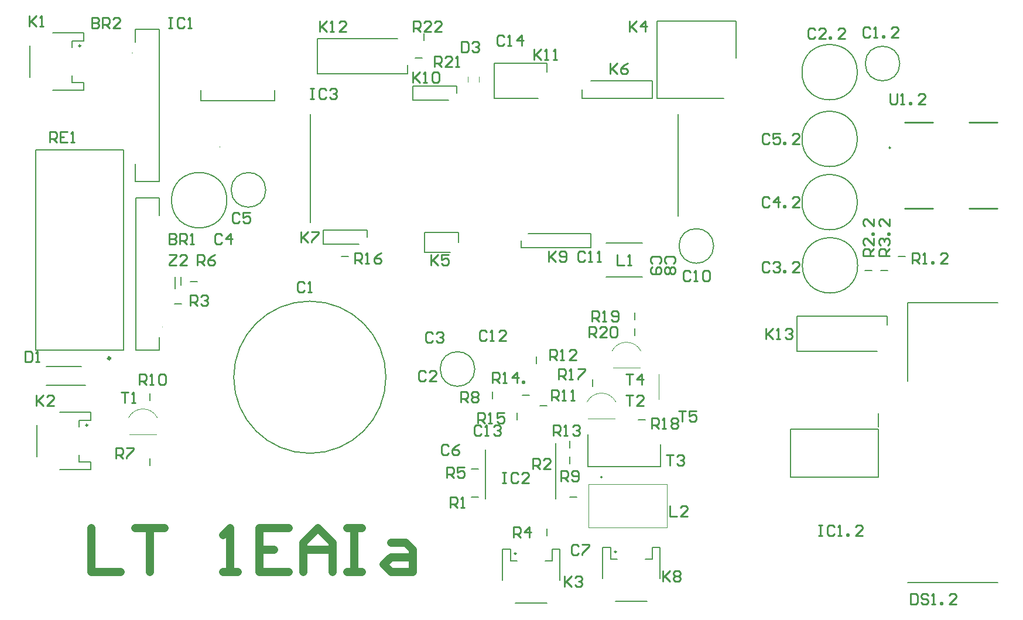
<source format=gbr>
G04*
G04 #@! TF.GenerationSoftware,Altium Limited,Altium Designer,22.4.2 (48)*
G04*
G04 Layer_Color=65535*
%FSLAX25Y25*%
%MOIN*%
G70*
G04*
G04 #@! TF.SameCoordinates,783B880F-F190-4A79-90E1-06678E82802B*
G04*
G04*
G04 #@! TF.FilePolarity,Positive*
G04*
G01*
G75*
%ADD10C,0.01000*%
%ADD11C,0.00787*%
%ADD12C,0.00984*%
%ADD13C,0.00394*%
%ADD14C,0.01575*%
%ADD15C,0.04500*%
D10*
X494429Y274972D02*
G03*
X494429Y274972I-323J0D01*
G01*
X502622Y240591D02*
X518764D01*
X539236D02*
X555378D01*
X502622Y289409D02*
X518764D01*
X539236D02*
X555378D01*
X124000Y236999D02*
X123001Y237999D01*
X121001D01*
X120002Y236999D01*
Y233001D01*
X121001Y232001D01*
X123001D01*
X124000Y233001D01*
X129998Y237999D02*
X126000D01*
Y235000D01*
X127999Y236000D01*
X128999D01*
X129998Y235000D01*
Y233001D01*
X128999Y232001D01*
X126999D01*
X126000Y233001D01*
X189502Y209001D02*
Y214999D01*
X192501D01*
X193501Y213999D01*
Y212000D01*
X192501Y211000D01*
X189502D01*
X191502D02*
X193501Y209001D01*
X195501D02*
X197500D01*
X196500D01*
Y214999D01*
X195501Y213999D01*
X204498Y214999D02*
X202498Y213999D01*
X200499Y212000D01*
Y210001D01*
X201499Y209001D01*
X203498D01*
X204498Y210001D01*
Y211000D01*
X203498Y212000D01*
X200499D01*
X84002Y213999D02*
X88000D01*
Y212999D01*
X84002Y209001D01*
Y208001D01*
X88000D01*
X93998D02*
X90000D01*
X93998Y212000D01*
Y212999D01*
X92999Y213999D01*
X90999D01*
X90000Y212999D01*
X494300Y305898D02*
Y300900D01*
X495300Y299900D01*
X497299D01*
X498299Y300900D01*
Y305898D01*
X500298Y299900D02*
X502297D01*
X501298D01*
Y305898D01*
X500298Y304898D01*
X505296Y299900D02*
Y300900D01*
X506296D01*
Y299900D01*
X505296D01*
X514293D02*
X510295D01*
X514293Y303899D01*
Y304898D01*
X513294Y305898D01*
X511295D01*
X510295Y304898D01*
X374002Y124999D02*
X378000D01*
X376001D01*
Y119001D01*
X383998Y124999D02*
X380000D01*
Y122000D01*
X381999Y123000D01*
X382999D01*
X383998Y122000D01*
Y120001D01*
X382999Y119001D01*
X380999D01*
X380000Y120001D01*
X344002Y145999D02*
X348000D01*
X346001D01*
Y140001D01*
X352999D02*
Y145999D01*
X350000Y143000D01*
X353998D01*
X367002Y99999D02*
X371000D01*
X369001D01*
Y94001D01*
X373000Y98999D02*
X373999Y99999D01*
X375999D01*
X376998Y98999D01*
Y98000D01*
X375999Y97000D01*
X374999D01*
X375999D01*
X376998Y96000D01*
Y95001D01*
X375999Y94001D01*
X373999D01*
X373000Y95001D01*
X344002Y133999D02*
X348000D01*
X346001D01*
Y128001D01*
X353998D02*
X350000D01*
X353998Y132000D01*
Y132999D01*
X352999Y133999D01*
X350999D01*
X350000Y132999D01*
X56500Y135598D02*
X60499D01*
X58499D01*
Y129600D01*
X62498D02*
X64497D01*
X63498D01*
Y135598D01*
X62498Y134598D01*
X16002Y278001D02*
Y283999D01*
X19001D01*
X20001Y282999D01*
Y281000D01*
X19001Y280000D01*
X16002D01*
X18002D02*
X20001Y278001D01*
X25999Y283999D02*
X22000D01*
Y278001D01*
X25999D01*
X22000Y281000D02*
X24000D01*
X27998Y278001D02*
X29998D01*
X28998D01*
Y283999D01*
X27998Y282999D01*
X223003Y341001D02*
Y346999D01*
X226002D01*
X227001Y345999D01*
Y344000D01*
X226002Y343000D01*
X223003D01*
X225002D02*
X227001Y341001D01*
X232999D02*
X229001D01*
X232999Y345000D01*
Y345999D01*
X232000Y346999D01*
X230000D01*
X229001Y345999D01*
X238997Y341001D02*
X234999D01*
X238997Y345000D01*
Y345999D01*
X237998Y346999D01*
X235998D01*
X234999Y345999D01*
X235002Y321001D02*
Y326999D01*
X238001D01*
X239001Y325999D01*
Y324000D01*
X238001Y323000D01*
X235002D01*
X237002D02*
X239001Y321001D01*
X244999D02*
X241000D01*
X244999Y325000D01*
Y325999D01*
X243999Y326999D01*
X242000D01*
X241000Y325999D01*
X246998Y321001D02*
X248998D01*
X247998D01*
Y326999D01*
X246998Y325999D01*
X323003Y167001D02*
Y172999D01*
X326002D01*
X327001Y171999D01*
Y170000D01*
X326002Y169000D01*
X323003D01*
X325002D02*
X327001Y167001D01*
X332999D02*
X329001D01*
X332999Y171000D01*
Y171999D01*
X332000Y172999D01*
X330000D01*
X329001Y171999D01*
X334999D02*
X335998Y172999D01*
X337998D01*
X338997Y171999D01*
Y168001D01*
X337998Y167001D01*
X335998D01*
X334999Y168001D01*
Y171999D01*
X324502Y176001D02*
Y181999D01*
X327502D01*
X328501Y180999D01*
Y179000D01*
X327502Y178000D01*
X324502D01*
X326502D02*
X328501Y176001D01*
X330501D02*
X332500D01*
X331500D01*
Y181999D01*
X330501Y180999D01*
X335499Y177001D02*
X336498Y176001D01*
X338498D01*
X339498Y177001D01*
Y180999D01*
X338498Y181999D01*
X336498D01*
X335499Y180999D01*
Y180000D01*
X336498Y179000D01*
X339498D01*
X358502Y115001D02*
Y120999D01*
X361502D01*
X362501Y119999D01*
Y118000D01*
X361502Y117000D01*
X358502D01*
X360502D02*
X362501Y115001D01*
X364500D02*
X366500D01*
X365500D01*
Y120999D01*
X364500Y119999D01*
X369499D02*
X370498Y120999D01*
X372498D01*
X373498Y119999D01*
Y119000D01*
X372498Y118000D01*
X373498Y117000D01*
Y116001D01*
X372498Y115001D01*
X370498D01*
X369499Y116001D01*
Y117000D01*
X370498Y118000D01*
X369499Y119000D01*
Y119999D01*
X370498Y118000D02*
X372498D01*
X305502Y143001D02*
Y148999D01*
X308502D01*
X309501Y147999D01*
Y146000D01*
X308502Y145000D01*
X305502D01*
X307502D02*
X309501Y143001D01*
X311501D02*
X313500D01*
X312500D01*
Y148999D01*
X311501Y147999D01*
X316499Y148999D02*
X320498D01*
Y147999D01*
X316499Y144001D01*
Y143001D01*
X259502Y118001D02*
Y123999D01*
X262502D01*
X263501Y122999D01*
Y121000D01*
X262502Y120000D01*
X259502D01*
X261502D02*
X263501Y118001D01*
X265500D02*
X267500D01*
X266500D01*
Y123999D01*
X265500Y122999D01*
X274498Y123999D02*
X270499D01*
Y121000D01*
X272498Y122000D01*
X273498D01*
X274498Y121000D01*
Y119001D01*
X273498Y118001D01*
X271498D01*
X270499Y119001D01*
X268003Y141001D02*
Y146999D01*
X271002D01*
X272002Y145999D01*
Y144000D01*
X271002Y143000D01*
X268003D01*
X270002D02*
X272002Y141001D01*
X274001D02*
X276000D01*
X275001D01*
Y146999D01*
X274001Y145999D01*
X281998Y141001D02*
Y146999D01*
X278999Y144000D01*
X282998D01*
X284997Y141001D02*
Y142001D01*
X285997D01*
Y141001D01*
X284997D01*
X302502Y111001D02*
Y116999D01*
X305502D01*
X306501Y115999D01*
Y114000D01*
X305502Y113000D01*
X302502D01*
X304502D02*
X306501Y111001D01*
X308501D02*
X310500D01*
X309500D01*
Y116999D01*
X308501Y115999D01*
X313499D02*
X314498Y116999D01*
X316498D01*
X317498Y115999D01*
Y115000D01*
X316498Y114000D01*
X315498D01*
X316498D01*
X317498Y113000D01*
Y112001D01*
X316498Y111001D01*
X314498D01*
X313499Y112001D01*
X300502Y154001D02*
Y159999D01*
X303502D01*
X304501Y158999D01*
Y157000D01*
X303502Y156000D01*
X300502D01*
X302502D02*
X304501Y154001D01*
X306501D02*
X308500D01*
X307500D01*
Y159999D01*
X306501Y158999D01*
X315498Y154001D02*
X311499D01*
X315498Y158000D01*
Y158999D01*
X314498Y159999D01*
X312498D01*
X311499Y158999D01*
X301502Y131001D02*
Y136999D01*
X304501D01*
X305501Y135999D01*
Y134000D01*
X304501Y133000D01*
X301502D01*
X303502D02*
X305501Y131001D01*
X307500D02*
X309500D01*
X308500D01*
Y136999D01*
X307500Y135999D01*
X312498Y131001D02*
X314498D01*
X313498D01*
Y136999D01*
X312498Y135999D01*
X67100Y140000D02*
Y145998D01*
X70099D01*
X71099Y144998D01*
Y142999D01*
X70099Y141999D01*
X67100D01*
X69099D02*
X71099Y140000D01*
X73098D02*
X75097D01*
X74098D01*
Y145998D01*
X73098Y144998D01*
X78096D02*
X79096Y145998D01*
X81095D01*
X82095Y144998D01*
Y141000D01*
X81095Y140000D01*
X79096D01*
X78096Y141000D01*
Y144998D01*
X307002Y85001D02*
Y90999D01*
X310001D01*
X311000Y89999D01*
Y88000D01*
X310001Y87000D01*
X307002D01*
X309001D02*
X311000Y85001D01*
X313000Y86001D02*
X313999Y85001D01*
X315999D01*
X316998Y86001D01*
Y89999D01*
X315999Y90999D01*
X313999D01*
X313000Y89999D01*
Y89000D01*
X313999Y88000D01*
X316998D01*
X250002Y130001D02*
Y135999D01*
X253001D01*
X254000Y134999D01*
Y133000D01*
X253001Y132000D01*
X250002D01*
X252001D02*
X254000Y130001D01*
X256000Y134999D02*
X256999Y135999D01*
X258999D01*
X259998Y134999D01*
Y134000D01*
X258999Y133000D01*
X259998Y132000D01*
Y131001D01*
X258999Y130001D01*
X256999D01*
X256000Y131001D01*
Y132000D01*
X256999Y133000D01*
X256000Y134000D01*
Y134999D01*
X256999Y133000D02*
X258999D01*
X53742Y98001D02*
Y103999D01*
X56741D01*
X57740Y102999D01*
Y101000D01*
X56741Y100000D01*
X53742D01*
X55741D02*
X57740Y98001D01*
X59740Y103999D02*
X63739D01*
Y102999D01*
X59740Y99001D01*
Y98001D01*
X100002Y208001D02*
Y213999D01*
X103001D01*
X104000Y212999D01*
Y211000D01*
X103001Y210000D01*
X100002D01*
X102001D02*
X104000Y208001D01*
X109998Y213999D02*
X107999Y212999D01*
X106000Y211000D01*
Y209001D01*
X106999Y208001D01*
X108999D01*
X109998Y209001D01*
Y210000D01*
X108999Y211000D01*
X106000D01*
X242002Y87001D02*
Y92999D01*
X245001D01*
X246000Y91999D01*
Y90000D01*
X245001Y89000D01*
X242002D01*
X244001D02*
X246000Y87001D01*
X251998Y92999D02*
X248000D01*
Y90000D01*
X249999Y91000D01*
X250999D01*
X251998Y90000D01*
Y88001D01*
X250999Y87001D01*
X248999D01*
X248000Y88001D01*
X280002Y53001D02*
Y58999D01*
X283001D01*
X284000Y57999D01*
Y56000D01*
X283001Y55000D01*
X280002D01*
X282001D02*
X284000Y53001D01*
X288999D02*
Y58999D01*
X286000Y56000D01*
X289998D01*
X96002Y185001D02*
Y190999D01*
X99001D01*
X100000Y189999D01*
Y188000D01*
X99001Y187000D01*
X96002D01*
X98001D02*
X100000Y185001D01*
X102000Y189999D02*
X102999Y190999D01*
X104999D01*
X105998Y189999D01*
Y189000D01*
X104999Y188000D01*
X103999D01*
X104999D01*
X105998Y187000D01*
Y186001D01*
X104999Y185001D01*
X102999D01*
X102000Y186001D01*
X493999Y213503D02*
X488001D01*
Y216502D01*
X489001Y217502D01*
X491000D01*
X492000Y216502D01*
Y213503D01*
Y215503D02*
X493999Y217502D01*
X489001Y219501D02*
X488001Y220501D01*
Y222500D01*
X489001Y223500D01*
X490000D01*
X491000Y222500D01*
Y221501D01*
Y222500D01*
X492000Y223500D01*
X492999D01*
X493999Y222500D01*
Y220501D01*
X492999Y219501D01*
X493999Y225500D02*
X492999D01*
Y226499D01*
X493999D01*
Y225500D01*
Y234497D02*
Y230498D01*
X490000Y234497D01*
X489001D01*
X488001Y233497D01*
Y231498D01*
X489001Y230498D01*
X291002Y92001D02*
Y97999D01*
X294001D01*
X295000Y96999D01*
Y95000D01*
X294001Y94000D01*
X291002D01*
X293001D02*
X295000Y92001D01*
X300998D02*
X297000D01*
X300998Y96000D01*
Y96999D01*
X299999Y97999D01*
X297999D01*
X297000Y96999D01*
X484999Y213503D02*
X479001D01*
Y216502D01*
X480001Y217502D01*
X482000D01*
X483000Y216502D01*
Y213503D01*
Y215503D02*
X484999Y217502D01*
Y223500D02*
Y219501D01*
X481000Y223500D01*
X480001D01*
X479001Y222500D01*
Y220501D01*
X480001Y219501D01*
X484999Y225500D02*
X483999D01*
Y226499D01*
X484999D01*
Y225500D01*
Y234497D02*
Y230498D01*
X481000Y234497D01*
X480001D01*
X479001Y233497D01*
Y231498D01*
X480001Y230498D01*
X244001Y70001D02*
Y75999D01*
X247000D01*
X248000Y74999D01*
Y73000D01*
X247000Y72000D01*
X244001D01*
X246001D02*
X248000Y70001D01*
X249999D02*
X251999D01*
X250999D01*
Y75999D01*
X249999Y74999D01*
X507003Y209001D02*
Y214999D01*
X510002D01*
X511002Y213999D01*
Y212000D01*
X510002Y211000D01*
X507003D01*
X509003D02*
X511002Y209001D01*
X513001D02*
X515001D01*
X514001D01*
Y214999D01*
X513001Y213999D01*
X518000Y209001D02*
Y210001D01*
X518999D01*
Y209001D01*
X518000D01*
X526997D02*
X522998D01*
X526997Y213000D01*
Y213999D01*
X525997Y214999D01*
X523998D01*
X522998Y213999D01*
X369002Y70999D02*
Y65001D01*
X373000D01*
X378998D02*
X375000D01*
X378998Y69000D01*
Y69999D01*
X377999Y70999D01*
X375999D01*
X375000Y69999D01*
X339001Y213999D02*
Y208001D01*
X343000D01*
X344999D02*
X346999D01*
X345999D01*
Y213999D01*
X344999Y212999D01*
X423502Y171999D02*
Y166001D01*
Y168000D01*
X427501Y171999D01*
X424502Y169000D01*
X427501Y166001D01*
X429500D02*
X431500D01*
X430500D01*
Y171999D01*
X429500Y170999D01*
X434499D02*
X435499Y171999D01*
X437498D01*
X438498Y170999D01*
Y170000D01*
X437498Y169000D01*
X436498D01*
X437498D01*
X438498Y168000D01*
Y167001D01*
X437498Y166001D01*
X435499D01*
X434499Y167001D01*
X169502Y346999D02*
Y341001D01*
Y343000D01*
X173501Y346999D01*
X170502Y344000D01*
X173501Y341001D01*
X175501D02*
X177500D01*
X176500D01*
Y346999D01*
X175501Y345999D01*
X184498Y341001D02*
X180499D01*
X184498Y345000D01*
Y345999D01*
X183498Y346999D01*
X181499D01*
X180499Y345999D01*
X291502Y330999D02*
Y325001D01*
Y327000D01*
X295501Y330999D01*
X292502Y328000D01*
X295501Y325001D01*
X297500D02*
X299500D01*
X298500D01*
Y330999D01*
X297500Y329999D01*
X302499Y325001D02*
X304498D01*
X303498D01*
Y330999D01*
X302499Y329999D01*
X222754Y317999D02*
Y312001D01*
Y314000D01*
X226753Y317999D01*
X223754Y315000D01*
X226753Y312001D01*
X228752D02*
X230752D01*
X229752D01*
Y317999D01*
X228752Y316999D01*
X233751D02*
X234751Y317999D01*
X236750D01*
X237750Y316999D01*
Y313001D01*
X236750Y312001D01*
X234751D01*
X233751Y313001D01*
Y316999D01*
X300002Y215999D02*
Y210001D01*
Y212000D01*
X304000Y215999D01*
X301001Y213000D01*
X304000Y210001D01*
X306000Y211001D02*
X306999Y210001D01*
X308999D01*
X309998Y211001D01*
Y214999D01*
X308999Y215999D01*
X306999D01*
X306000Y214999D01*
Y214000D01*
X306999Y213000D01*
X309998D01*
X365002Y33999D02*
Y28001D01*
Y30000D01*
X369000Y33999D01*
X366001Y31000D01*
X369000Y28001D01*
X371000Y32999D02*
X371999Y33999D01*
X373999D01*
X374998Y32999D01*
Y32000D01*
X373999Y31000D01*
X374998Y30000D01*
Y29001D01*
X373999Y28001D01*
X371999D01*
X371000Y29001D01*
Y30000D01*
X371999Y31000D01*
X371000Y32000D01*
Y32999D01*
X371999Y31000D02*
X373999D01*
X159002Y226999D02*
Y221001D01*
Y223000D01*
X163000Y226999D01*
X160001Y224000D01*
X163000Y221001D01*
X165000Y226999D02*
X168998D01*
Y225999D01*
X165000Y222001D01*
Y221001D01*
X335002Y322999D02*
Y317001D01*
Y319000D01*
X339000Y322999D01*
X336001Y320000D01*
X339000Y317001D01*
X344998Y322999D02*
X342999Y321999D01*
X341000Y320000D01*
Y318001D01*
X341999Y317001D01*
X343999D01*
X344998Y318001D01*
Y319000D01*
X343999Y320000D01*
X341000D01*
X233002Y213999D02*
Y208001D01*
Y210000D01*
X237000Y213999D01*
X234001Y211000D01*
X237000Y208001D01*
X242998Y213999D02*
X239000D01*
Y211000D01*
X240999Y212000D01*
X241999D01*
X242998Y211000D01*
Y209001D01*
X241999Y208001D01*
X239999D01*
X239000Y209001D01*
X346002Y346999D02*
Y341001D01*
Y343000D01*
X350000Y346999D01*
X347001Y344000D01*
X350000Y341001D01*
X354999D02*
Y346999D01*
X352000Y344000D01*
X355998D01*
X309002Y30999D02*
Y25001D01*
Y27000D01*
X313000Y30999D01*
X310001Y28000D01*
X313000Y25001D01*
X315000Y29999D02*
X315999Y30999D01*
X317999D01*
X318998Y29999D01*
Y29000D01*
X317999Y28000D01*
X316999D01*
X317999D01*
X318998Y27000D01*
Y26001D01*
X317999Y25001D01*
X315999D01*
X315000Y26001D01*
X8400Y134198D02*
Y128200D01*
Y130199D01*
X12399Y134198D01*
X9400Y131199D01*
X12399Y128200D01*
X18397D02*
X14398D01*
X18397Y132199D01*
Y133198D01*
X17397Y134198D01*
X15398D01*
X14398Y133198D01*
X4400Y350198D02*
Y344200D01*
Y346199D01*
X8399Y350198D01*
X5400Y347199D01*
X8399Y344200D01*
X10398D02*
X12397D01*
X11398D01*
Y350198D01*
X10398Y349198D01*
X164200Y308698D02*
X166199D01*
X165200D01*
Y302700D01*
X164200D01*
X166199D01*
X173197Y307698D02*
X172197Y308698D01*
X170198D01*
X169198Y307698D01*
Y303700D01*
X170198Y302700D01*
X172197D01*
X173197Y303700D01*
X175196Y307698D02*
X176196Y308698D01*
X178196D01*
X179195Y307698D01*
Y306699D01*
X178196Y305699D01*
X177196D01*
X178196D01*
X179195Y304699D01*
Y303700D01*
X178196Y302700D01*
X176196D01*
X175196Y303700D01*
X273502Y89999D02*
X275502D01*
X274502D01*
Y84001D01*
X273502D01*
X275502D01*
X282500Y88999D02*
X281500Y89999D01*
X279501D01*
X278501Y88999D01*
Y85001D01*
X279501Y84001D01*
X281500D01*
X282500Y85001D01*
X288498Y84001D02*
X284499D01*
X288498Y88000D01*
Y88999D01*
X287498Y89999D01*
X285498D01*
X284499Y88999D01*
X83502Y348999D02*
X85501D01*
X84502D01*
Y343001D01*
X83502D01*
X85501D01*
X92499Y347999D02*
X91500Y348999D01*
X89500D01*
X88500Y347999D01*
Y344001D01*
X89500Y343001D01*
X91500D01*
X92499Y344001D01*
X94499Y343001D02*
X96498D01*
X95498D01*
Y348999D01*
X94499Y347999D01*
X453504Y59999D02*
X455503D01*
X454504D01*
Y54001D01*
X453504D01*
X455503D01*
X462501Y58999D02*
X461502Y59999D01*
X459502D01*
X458502Y58999D01*
Y55001D01*
X459502Y54001D01*
X461502D01*
X462501Y55001D01*
X464501Y54001D02*
X466500D01*
X465500D01*
Y59999D01*
X464501Y58999D01*
X469499Y54001D02*
Y55001D01*
X470499D01*
Y54001D01*
X469499D01*
X478496D02*
X474497D01*
X478496Y58000D01*
Y58999D01*
X477496Y59999D01*
X475497D01*
X474497Y58999D01*
X506004Y20999D02*
Y15001D01*
X509003D01*
X510003Y16001D01*
Y19999D01*
X509003Y20999D01*
X506004D01*
X516001Y19999D02*
X515001Y20999D01*
X513002D01*
X512002Y19999D01*
Y19000D01*
X513002Y18000D01*
X515001D01*
X516001Y17000D01*
Y16001D01*
X515001Y15001D01*
X513002D01*
X512002Y16001D01*
X518000Y15001D02*
X520000D01*
X519000D01*
Y20999D01*
X518000Y19999D01*
X522999Y15001D02*
Y16001D01*
X523998D01*
Y15001D01*
X522999D01*
X531996D02*
X527997D01*
X531996Y19000D01*
Y19999D01*
X530996Y20999D01*
X528997D01*
X527997Y19999D01*
X250300Y335398D02*
Y329400D01*
X253299D01*
X254299Y330400D01*
Y334398D01*
X253299Y335398D01*
X250300D01*
X256298Y334398D02*
X257298Y335398D01*
X259297D01*
X260297Y334398D01*
Y333399D01*
X259297Y332399D01*
X258297D01*
X259297D01*
X260297Y331399D01*
Y330400D01*
X259297Y329400D01*
X257298D01*
X256298Y330400D01*
X2001Y158999D02*
Y153001D01*
X5000D01*
X6000Y154001D01*
Y157999D01*
X5000Y158999D01*
X2001D01*
X7999Y153001D02*
X9999D01*
X8999D01*
Y158999D01*
X7999Y157999D01*
X274501Y337999D02*
X273501Y338999D01*
X271502D01*
X270502Y337999D01*
Y334001D01*
X271502Y333001D01*
X273501D01*
X274501Y334001D01*
X276501Y333001D02*
X278500D01*
X277500D01*
Y338999D01*
X276501Y337999D01*
X284498Y333001D02*
Y338999D01*
X281499Y336000D01*
X285498D01*
X261501Y115999D02*
X260502Y116999D01*
X258502D01*
X257502Y115999D01*
Y112001D01*
X258502Y111001D01*
X260502D01*
X261501Y112001D01*
X263500Y111001D02*
X265500D01*
X264500D01*
Y116999D01*
X263500Y115999D01*
X268499D02*
X269498Y116999D01*
X271498D01*
X272498Y115999D01*
Y115000D01*
X271498Y114000D01*
X270498D01*
X271498D01*
X272498Y113000D01*
Y112001D01*
X271498Y111001D01*
X269498D01*
X268499Y112001D01*
X264501Y169999D02*
X263502Y170999D01*
X261502D01*
X260502Y169999D01*
Y166001D01*
X261502Y165001D01*
X263502D01*
X264501Y166001D01*
X266500Y165001D02*
X268500D01*
X267500D01*
Y170999D01*
X266500Y169999D01*
X275498Y165001D02*
X271499D01*
X275498Y169000D01*
Y169999D01*
X274498Y170999D01*
X272498D01*
X271499Y169999D01*
X320501Y214999D02*
X319501Y215999D01*
X317502D01*
X316502Y214999D01*
Y211001D01*
X317502Y210001D01*
X319501D01*
X320501Y211001D01*
X322500Y210001D02*
X324500D01*
X323500D01*
Y215999D01*
X322500Y214999D01*
X327499Y210001D02*
X329498D01*
X328498D01*
Y215999D01*
X327499Y214999D01*
X380501Y203999D02*
X379502Y204999D01*
X377502D01*
X376502Y203999D01*
Y200001D01*
X377502Y199001D01*
X379502D01*
X380501Y200001D01*
X382501Y199001D02*
X384500D01*
X383500D01*
Y204999D01*
X382501Y203999D01*
X387499D02*
X388498Y204999D01*
X390498D01*
X391498Y203999D01*
Y200001D01*
X390498Y199001D01*
X388498D01*
X387499Y200001D01*
Y203999D01*
X362999Y209000D02*
X363999Y209999D01*
Y211999D01*
X362999Y212998D01*
X359001D01*
X358001Y211999D01*
Y209999D01*
X359001Y209000D01*
Y207000D02*
X358001Y206001D01*
Y204001D01*
X359001Y203002D01*
X362999D01*
X363999Y204001D01*
Y206001D01*
X362999Y207000D01*
X362000D01*
X361000Y206001D01*
Y203002D01*
X370999Y209000D02*
X371999Y209999D01*
Y211999D01*
X370999Y212998D01*
X367001D01*
X366001Y211999D01*
Y209999D01*
X367001Y209000D01*
X370999Y207000D02*
X371999Y206001D01*
Y204001D01*
X370999Y203002D01*
X370000D01*
X369000Y204001D01*
X368000Y203002D01*
X367001D01*
X366001Y204001D01*
Y206001D01*
X367001Y207000D01*
X368000D01*
X369000Y206001D01*
X370000Y207000D01*
X370999D01*
X369000Y206001D02*
Y204001D01*
X317000Y47999D02*
X316001Y48999D01*
X314001D01*
X313002Y47999D01*
Y44001D01*
X314001Y43001D01*
X316001D01*
X317000Y44001D01*
X319000Y48999D02*
X322998D01*
Y47999D01*
X319000Y44001D01*
Y43001D01*
X243000Y104999D02*
X242001Y105999D01*
X240001D01*
X239002Y104999D01*
Y101001D01*
X240001Y100001D01*
X242001D01*
X243000Y101001D01*
X248998Y105999D02*
X246999Y104999D01*
X245000Y103000D01*
Y101001D01*
X245999Y100001D01*
X247999D01*
X248998Y101001D01*
Y102000D01*
X247999Y103000D01*
X245000D01*
X425502Y281999D02*
X424502Y282999D01*
X422503D01*
X421503Y281999D01*
Y278001D01*
X422503Y277001D01*
X424502D01*
X425502Y278001D01*
X431500Y282999D02*
X427501D01*
Y280000D01*
X429501Y281000D01*
X430501D01*
X431500Y280000D01*
Y278001D01*
X430501Y277001D01*
X428501D01*
X427501Y278001D01*
X433499Y277001D02*
Y278001D01*
X434499D01*
Y277001D01*
X433499D01*
X442497D02*
X438498D01*
X442497Y281000D01*
Y281999D01*
X441497Y282999D01*
X439498D01*
X438498Y281999D01*
X114000Y224999D02*
X113001Y225999D01*
X111001D01*
X110002Y224999D01*
Y221001D01*
X111001Y220001D01*
X113001D01*
X114000Y221001D01*
X118999Y220001D02*
Y225999D01*
X116000Y223000D01*
X119998D01*
X425502Y245999D02*
X424502Y246999D01*
X422503D01*
X421503Y245999D01*
Y242001D01*
X422503Y241001D01*
X424502D01*
X425502Y242001D01*
X430501Y241001D02*
Y246999D01*
X427501Y244000D01*
X431500D01*
X433499Y241001D02*
Y242001D01*
X434499D01*
Y241001D01*
X433499D01*
X442497D02*
X438498D01*
X442497Y245000D01*
Y245999D01*
X441497Y246999D01*
X439498D01*
X438498Y245999D01*
X234000Y168999D02*
X233001Y169999D01*
X231001D01*
X230002Y168999D01*
Y165001D01*
X231001Y164001D01*
X233001D01*
X234000Y165001D01*
X236000Y168999D02*
X236999Y169999D01*
X238999D01*
X239998Y168999D01*
Y168000D01*
X238999Y167000D01*
X237999D01*
X238999D01*
X239998Y166000D01*
Y165001D01*
X238999Y164001D01*
X236999D01*
X236000Y165001D01*
X425502Y208999D02*
X424502Y209999D01*
X422503D01*
X421503Y208999D01*
Y205001D01*
X422503Y204001D01*
X424502D01*
X425502Y205001D01*
X427501Y208999D02*
X428501Y209999D01*
X430501D01*
X431500Y208999D01*
Y208000D01*
X430501Y207000D01*
X429501D01*
X430501D01*
X431500Y206000D01*
Y205001D01*
X430501Y204001D01*
X428501D01*
X427501Y205001D01*
X433499Y204001D02*
Y205001D01*
X434499D01*
Y204001D01*
X433499D01*
X442497D02*
X438498D01*
X442497Y208000D01*
Y208999D01*
X441497Y209999D01*
X439498D01*
X438498Y208999D01*
X230000Y146999D02*
X229001Y147999D01*
X227001D01*
X226002Y146999D01*
Y143001D01*
X227001Y142001D01*
X229001D01*
X230000Y143001D01*
X235998Y142001D02*
X232000D01*
X235998Y146000D01*
Y146999D01*
X234999Y147999D01*
X232999D01*
X232000Y146999D01*
X451502Y341999D02*
X450502Y342999D01*
X448503D01*
X447503Y341999D01*
Y338001D01*
X448503Y337001D01*
X450502D01*
X451502Y338001D01*
X457500Y337001D02*
X453502D01*
X457500Y341000D01*
Y341999D01*
X456500Y342999D01*
X454501D01*
X453502Y341999D01*
X459500Y337001D02*
Y338001D01*
X460499D01*
Y337001D01*
X459500D01*
X468497D02*
X464498D01*
X468497Y341000D01*
Y341999D01*
X467497Y342999D01*
X465498D01*
X464498Y341999D01*
X161000Y197629D02*
X160000Y198629D01*
X158001D01*
X157001Y197629D01*
Y193631D01*
X158001Y192631D01*
X160000D01*
X161000Y193631D01*
X162999Y192631D02*
X164999D01*
X163999D01*
Y198629D01*
X162999Y197629D01*
X483099Y342798D02*
X482099Y343798D01*
X480100D01*
X479100Y342798D01*
Y338800D01*
X480100Y337800D01*
X482099D01*
X483099Y338800D01*
X485098Y337800D02*
X487097D01*
X486098D01*
Y343798D01*
X485098Y342798D01*
X490096Y337800D02*
Y338800D01*
X491096D01*
Y337800D01*
X490096D01*
X499093D02*
X495095D01*
X499093Y341799D01*
Y342798D01*
X498094Y343798D01*
X496095D01*
X495095Y342798D01*
X40003Y348999D02*
Y343001D01*
X43002D01*
X44001Y344001D01*
Y345000D01*
X43002Y346000D01*
X40003D01*
X43002D01*
X44001Y347000D01*
Y347999D01*
X43002Y348999D01*
X40003D01*
X46001Y343001D02*
Y348999D01*
X49000D01*
X49999Y347999D01*
Y346000D01*
X49000Y345000D01*
X46001D01*
X48000D02*
X49999Y343001D01*
X55997D02*
X51999D01*
X55997Y347000D01*
Y347999D01*
X54998Y348999D01*
X52998D01*
X51999Y347999D01*
X84002Y225999D02*
Y220001D01*
X87001D01*
X88001Y221001D01*
Y222000D01*
X87001Y223000D01*
X84002D01*
X87001D01*
X88001Y224000D01*
Y224999D01*
X87001Y225999D01*
X84002D01*
X90000Y220001D02*
Y225999D01*
X92999D01*
X93999Y224999D01*
Y223000D01*
X92999Y222000D01*
X90000D01*
X92000D02*
X93999Y220001D01*
X95998D02*
X97998D01*
X96998D01*
Y225999D01*
X95998Y224999D01*
D11*
X475638Y280000D02*
G03*
X475638Y280000I-15748J0D01*
G01*
Y318000D02*
G03*
X475638Y318000I-15748J0D01*
G01*
Y244000D02*
G03*
X475638Y244000I-15748J0D01*
G01*
X475858Y208000D02*
G03*
X475858Y208000I-15748J0D01*
G01*
X393843Y219063D02*
G03*
X393843Y219063I-9843J0D01*
G01*
X257906Y149000D02*
G03*
X257906Y149000I-9843J0D01*
G01*
X330000Y87024D02*
G03*
X330000Y87811I0J394D01*
G01*
D02*
G03*
X330000Y87024I0J-394D01*
G01*
X207307Y144315D02*
G03*
X207307Y144315I-43307J0D01*
G01*
X116748Y245110D02*
G03*
X116748Y245110I-15748J0D01*
G01*
X138906Y251000D02*
G03*
X138906Y251000I-9843J0D01*
G01*
X499843Y322937D02*
G03*
X499843Y322937I-9843J0D01*
G01*
X229000Y335933D02*
Y340067D01*
X298071Y39661D02*
X301811D01*
X278189D02*
X281929D01*
X306339Y28638D02*
Y46354D01*
X273661Y28638D02*
Y46354D01*
X301811D02*
X306339D01*
X301811Y39661D02*
Y46354D01*
X278189Y39661D02*
Y46354D01*
X273661D02*
X278189D01*
X280945Y15646D02*
X299055D01*
X504311Y27374D02*
X555689D01*
X504311Y186626D02*
X555689D01*
X504311Y142000D02*
Y186626D01*
X498933Y213000D02*
X503067D01*
X479933Y205000D02*
X484067D01*
X488933Y205260D02*
X493067D01*
X441311Y159000D02*
X487000D01*
X441311D02*
Y179000D01*
X492689D01*
Y174000D02*
Y179000D01*
X487756Y116260D02*
Y123740D01*
X437500Y114882D02*
X487500D01*
X437500Y87323D02*
Y114882D01*
Y87323D02*
X487500D01*
Y114882D01*
X73000Y93933D02*
Y98067D01*
X284933Y134000D02*
X289067D01*
X268000Y131933D02*
Y136067D01*
X293000Y151933D02*
Y156067D01*
X294933Y128000D02*
X299067D01*
X282000Y119933D02*
Y124067D01*
X312000Y103933D02*
Y108067D01*
X255933Y92000D02*
X260067D01*
X255933Y76000D02*
X260067D01*
X264000Y75000D02*
Y103000D01*
X304000Y75000D02*
Y106654D01*
X312000Y94933D02*
Y99067D01*
X311933Y76000D02*
X316067D01*
X299000Y53933D02*
Y58067D01*
X349000Y176933D02*
Y181067D01*
Y167933D02*
Y172067D01*
X325000Y138933D02*
Y143067D01*
X350933Y120000D02*
X355067D01*
X363748Y93421D02*
Y106000D01*
X322252Y93421D02*
X363748D01*
X322252D02*
Y111886D01*
X355071Y40661D02*
X358811D01*
X335189D02*
X338929D01*
X363339Y29638D02*
Y47354D01*
X330661Y29638D02*
Y47354D01*
X358811D02*
X363339D01*
X358811Y40661D02*
Y47354D01*
X335189Y40661D02*
Y47354D01*
X330661D02*
X335189D01*
X337945Y16646D02*
X356055D01*
X406480Y326000D02*
Y347260D01*
X361520D02*
X406480D01*
X361520Y302969D02*
Y347260D01*
Y302969D02*
X399591D01*
X95933Y198740D02*
X100067D01*
X90575Y196638D02*
Y201362D01*
X87425Y194866D02*
Y201362D01*
X86933Y186000D02*
X91067D01*
X14079Y150315D02*
X33921D01*
X14079Y139685D02*
X36205D01*
X8000Y159748D02*
X58000D01*
Y273921D01*
X8000D02*
X58000D01*
X8000Y159748D02*
Y273921D01*
X143984Y301886D02*
Y307673D01*
X102016Y301886D02*
X143984D01*
X102016D02*
Y307673D01*
X64638Y334984D02*
Y342406D01*
X78142D01*
Y255594D02*
Y342406D01*
X64638Y255594D02*
X78142D01*
X64638D02*
Y265693D01*
X78362Y159594D02*
Y167016D01*
X64858Y159594D02*
X78362D01*
X64858D02*
Y246406D01*
X78362D01*
Y236307D02*
Y246406D01*
X32661Y96189D02*
Y99929D01*
Y116071D02*
Y119811D01*
X21638Y91661D02*
X39354D01*
X21638Y124339D02*
X39354D01*
Y91661D02*
Y96189D01*
X32661D02*
X39354D01*
X32661Y119811D02*
X39354D01*
Y124339D01*
X8646Y98945D02*
Y117055D01*
X28661Y312189D02*
Y315929D01*
Y332071D02*
Y335811D01*
X17638Y307661D02*
X35354D01*
X17638Y340339D02*
X35354D01*
Y307661D02*
Y312189D01*
X28661D02*
X35354D01*
X28661Y335811D02*
X35354D01*
Y340339D01*
X4646Y314945D02*
Y333055D01*
X332764Y201354D02*
X353236D01*
X332764Y220646D02*
X353236D01*
X373748Y236000D02*
Y294000D01*
X164252Y232295D02*
Y294000D01*
X181933Y213000D02*
X186067D01*
X269000Y303000D02*
X294000D01*
X269000D02*
Y323000D01*
X299000D01*
Y318000D02*
Y323000D01*
X223933Y326000D02*
X228067D01*
X247626Y306000D02*
Y309937D01*
X222626D02*
X247626D01*
X222626Y302063D02*
Y309937D01*
Y302063D02*
X243000D01*
X196500Y224000D02*
Y227937D01*
X171500D02*
X196500D01*
X171500Y220063D02*
Y227937D01*
Y220063D02*
X191874D01*
X168311Y337000D02*
X214000D01*
X168311Y317000D02*
Y337000D01*
Y317000D02*
X219689D01*
Y322000D01*
X324000Y313000D02*
X359000D01*
Y303000D02*
Y313000D01*
X319000Y303000D02*
X359000D01*
X319000D02*
Y308000D01*
X288378Y225937D02*
X323811D01*
Y218063D02*
Y225937D01*
X284441Y218063D02*
X323811D01*
X284441D02*
Y222000D01*
X229224Y215390D02*
X244000D01*
X229224D02*
Y226610D01*
X248772D01*
Y221000D02*
Y226610D01*
X73000Y130933D02*
Y135067D01*
D12*
X281437Y43992D02*
G03*
X281437Y43992I-492J0D01*
G01*
X338437Y44992D02*
G03*
X338437Y44992I-492J0D01*
G01*
X37484Y117055D02*
G03*
X37484Y117055I-492J0D01*
G01*
X33484Y333055D02*
G03*
X33484Y333055I-492J0D01*
G01*
D13*
X338273Y130143D02*
G03*
X321720Y130128I-8273J-4143D01*
G01*
X352509Y159143D02*
G03*
X335956Y159128I-8273J-4143D01*
G01*
X368653Y127701D02*
G03*
X368653Y128094I0J197D01*
G01*
D02*
G03*
X368653Y127701I0J-197D01*
G01*
X112764Y275783D02*
G03*
X112764Y275390I0J-197D01*
G01*
D02*
G03*
X112764Y275783I0J197D01*
G01*
X63095Y329000D02*
G03*
X62701Y329000I-197J0D01*
G01*
D02*
G03*
X63095Y329000I197J0D01*
G01*
X79905Y173000D02*
G03*
X80299Y173000I197J0D01*
G01*
D02*
G03*
X79905Y173000I-197J0D01*
G01*
X77273Y121143D02*
G03*
X60720Y121128I-8273J-4143D01*
G01*
X322394Y120732D02*
X337606D01*
X336630Y149732D02*
X351842D01*
X362551Y131913D02*
Y146087D01*
X322598Y83402D02*
X367402D01*
X322598Y58598D02*
Y83402D01*
Y58598D02*
X367402D01*
Y83402D01*
X61394Y111732D02*
X76606D01*
X260150Y312425D02*
Y315575D01*
X253850Y312425D02*
Y315575D01*
D14*
X50212Y155035D02*
G03*
X50212Y155035I-495J0D01*
G01*
D15*
X39500Y58492D02*
Y33500D01*
X56161D01*
X64492Y58492D02*
X81153D01*
X72823D01*
Y33500D01*
X114476D02*
X122806D01*
X118641D01*
Y58492D01*
X114476Y54327D01*
X151964Y58492D02*
X135302D01*
Y33500D01*
X151964D01*
X135302Y45996D02*
X143633D01*
X160294Y33500D02*
Y50161D01*
X168625Y58492D01*
X176956Y50161D01*
Y33500D01*
Y45996D01*
X160294D01*
X185286Y58492D02*
X193617D01*
X189452D01*
Y33500D01*
X185286D01*
X193617D01*
X210278Y50161D02*
X218609D01*
X222774Y45996D01*
Y33500D01*
X210278D01*
X206113Y37665D01*
X210278Y41831D01*
X222774D01*
M02*

</source>
